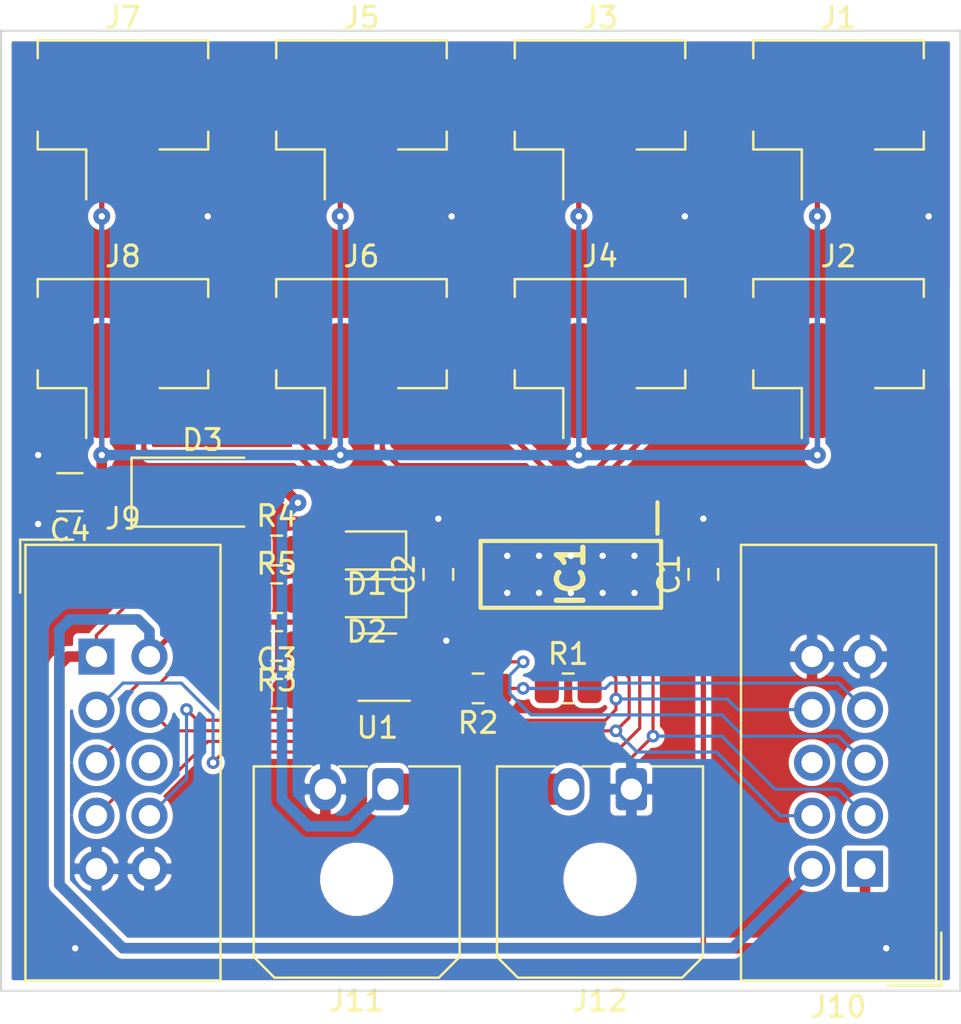
<source format=kicad_pcb>
(kicad_pcb (version 20171130) (host pcbnew 5.1.4+dfsg1-1)
  (layers (0 F.Cu signal) (31 B.Cu signal) (34 B.Paste user) (35 F.Paste user) (36 B.SilkS user) (37 F.SilkS user) (38 B.Mask user) (39 F.Mask user) (44 Edge.Cuts user))
  (net 0 "")
  (net 1 GND)
  (net 2 +5V)
  (net 3 VCC)
  (net 4 +12V)
  (net 5 "Net-(IC1-Pad3)")
  (net 6 "Net-(IC1-Pad4)")
  (net 7 "Net-(IC1-Pad5)")
  (net 8 "Net-(IC1-Pad6)")
  (net 9 "Net-(IC1-Pad7)")
  (net 10 "Net-(IC1-Pad8)")
  (net 11 "Net-(IC1-Pad9)")
  (net 12 "Net-(IC1-Pad10)")
  (net 13 "Net-(IC1-Pad19)")
  (net 14 "Net-(IC1-Pad20)")
  (net 15 "Net-(IC1-Pad21)")
  (net 16 "Net-(IC1-Pad22)")
  (net 17 "Net-(IC1-Pad23)")
  (net 18 "Net-(J9-Pad6)")
  (net 19 "Net-(J9-Pad5)")
  (net 20 "Net-(J10-Pad5)")
  (net 21 "Net-(J10-Pad6)")
  (net 22 "Net-(J10-Pad7)")
  (net 23 "Net-(R3-Pad1)")
  (net 24 "Net-(D1-Pad2)")
  (net 25 "Net-(D2-Pad2)")
  (net 26 "Net-(D3-Pad2)")
  (module Connector_IDC:IDC-Header_2x05_P2.54mm_Vertical (layer F.Cu) (at 91.44 178.562 180)
    (fp_text reference J10 (at 1.27 -6.604) (layer F.SilkS))
    (fp_text value "data output")
    (fp_line (start 5.945 -5.35) (end 5.945 15.51) (layer F.SilkS) (width 0.12))
    (fp_line (start 5.945 15.51) (end -3.405 15.51) (layer F.SilkS) (width 0.12))
    (fp_line (start -3.405 15.51) (end -3.405 -5.35) (layer F.SilkS) (width 0.12))
    (fp_line (start -3.405 -5.35) (end 5.945 -5.35) (layer F.SilkS) (width 0.12))
    (fp_line (start -3.655 -5.6) (end -3.655 -3.06) (layer F.SilkS) (width 0.12))
    (fp_line (start -3.655 -5.6) (end -1.115 -5.6) (layer F.SilkS) (width 0.12))
    (pad 1 thru_hole rect (at 0 0 180) (size 1.7272 1.7272) (drill 1.016) (layers *.Cu *.Mask) (net 2 +5V))
    (pad 2 thru_hole oval (at 2.54 0 180) (size 1.7272 1.7272) (drill 1.016) (layers *.Cu *.Mask) (net 3 VCC))
    (pad 3 thru_hole oval (at 0 2.54 180) (size 1.7272 1.7272) (drill 1.016) (layers *.Cu *.Mask) (net 17 "Net-(IC1-Pad23)"))
    (pad 4 thru_hole oval (at 2.54 2.54 180) (size 1.7272 1.7272) (drill 1.016) (layers *.Cu *.Mask) (net 15 "Net-(IC1-Pad21)"))
    (pad 5 thru_hole oval (at 0 5.08 180) (size 1.7272 1.7272) (drill 1.016) (layers *.Cu *.Mask) (net 20 "Net-(J10-Pad5)"))
    (pad 6 thru_hole oval (at 2.54 5.08 180) (size 1.7272 1.7272) (drill 1.016) (layers *.Cu *.Mask) (net 21 "Net-(J10-Pad6)"))
    (pad 7 thru_hole oval (at 0 7.62 180) (size 1.7272 1.7272) (drill 1.016) (layers *.Cu *.Mask) (net 22 "Net-(J10-Pad7)"))
    (pad 8 thru_hole oval (at 2.54 7.62 180) (size 1.7272 1.7272) (drill 1.016) (layers *.Cu *.Mask) (net 14 "Net-(IC1-Pad20)"))
    (pad 9 thru_hole oval (at 0 10.16 180) (size 1.7272 1.7272) (drill 1.016) (layers *.Cu *.Mask) (net 1 GND))
    (pad 10 thru_hole oval (at 2.54 10.16 180) (size 1.7272 1.7272) (drill 1.016) (layers *.Cu *.Mask) (net 1 GND))
  )
  (module Capacitor_SMD:C_0805_2012Metric_Pad1.15x1.40mm_HandSolder (layer F.Cu) (at 83.693 164.465 90)
    (fp_text reference C1 (at 0 -1.65 90) (layer F.SilkS))
    (fp_text value 100n)
    (fp_line (start -0.261252 0.71) (end 0.261252 0.71) (layer F.SilkS) (width 0.12))
    (fp_line (start -0.261252 -0.71) (end 0.261252 -0.71) (layer F.SilkS) (width 0.12))
    (pad 2 smd roundrect (at 1.025 0 90) (size 1.15 1.4) (layers F.Cu F.Paste F.Mask) (roundrect_rratio 0.217391) (net 1 GND))
    (pad 1 smd roundrect (at -1.025 0 90) (size 1.15 1.4) (layers F.Cu F.Paste F.Mask) (roundrect_rratio 0.217391) (net 2 +5V))
  )
  (module Capacitor_SMD:C_0805_2012Metric_Pad1.15x1.40mm_HandSolder (layer F.Cu) (at 70.993 164.465 90)
    (fp_text reference C2 (at 0 -1.65 90) (layer F.SilkS))
    (fp_text value 100n)
    (fp_line (start -0.261252 -0.71) (end 0.261252 -0.71) (layer F.SilkS) (width 0.12))
    (fp_line (start -0.261252 0.71) (end 0.261252 0.71) (layer F.SilkS) (width 0.12))
    (pad 1 smd roundrect (at -1.025 0 90) (size 1.15 1.4) (layers F.Cu F.Paste F.Mask) (roundrect_rratio 0.217391) (net 3 VCC))
    (pad 2 smd roundrect (at 1.025 0 90) (size 1.15 1.4) (layers F.Cu F.Paste F.Mask) (roundrect_rratio 0.217391) (net 1 GND))
  )
  (module Capacitor_SMD:C_0805_2012Metric_Pad1.15x1.40mm_HandSolder (layer F.Cu) (at 63.246 170.18)
    (fp_text reference C3 (at 0 -1.65) (layer F.SilkS))
    (fp_text value 100n)
    (fp_line (start -0.261252 -0.71) (end 0.261252 -0.71) (layer F.SilkS) (width 0.12))
    (fp_line (start -0.261252 0.71) (end 0.261252 0.71) (layer F.SilkS) (width 0.12))
    (pad 1 smd roundrect (at -1.025 0) (size 1.15 1.4) (layers F.Cu F.Paste F.Mask) (roundrect_rratio 0.217391) (net 3 VCC))
    (pad 2 smd roundrect (at 1.025 0) (size 1.15 1.4) (layers F.Cu F.Paste F.Mask) (roundrect_rratio 0.217391) (net 1 GND))
  )
  (module LED_SMD:LED_0805_2012Metric_Castellated (layer F.Cu) (at 67.564 163.322 180)
    (fp_text reference D1 (at 0 -1.6) (layer F.SilkS))
    (fp_text value yellow)
    (fp_line (start -1.885 0.91) (end 1 0.91) (layer F.SilkS) (width 0.12))
    (fp_line (start -1.885 -0.91) (end -1.885 0.91) (layer F.SilkS) (width 0.12))
    (fp_line (start 1 -0.91) (end -1.885 -0.91) (layer F.SilkS) (width 0.12))
    (pad 2 smd roundrect (at 0.9625 0 180) (size 1.325 1.3) (layers F.Cu F.Paste F.Mask) (roundrect_rratio 0.192308) (net 24 "Net-(D1-Pad2)"))
    (pad 1 smd roundrect (at -0.9625 0 180) (size 1.325 1.3) (layers F.Cu F.Paste F.Mask) (roundrect_rratio 0.192308) (net 1 GND))
  )
  (module LED_SMD:LED_0805_2012Metric_Castellated (layer F.Cu) (at 67.564 165.608 180)
    (fp_text reference D2 (at 0 -1.6) (layer F.SilkS))
    (fp_text value green)
    (fp_line (start 1 -0.91) (end -1.885 -0.91) (layer F.SilkS) (width 0.12))
    (fp_line (start -1.885 -0.91) (end -1.885 0.91) (layer F.SilkS) (width 0.12))
    (fp_line (start -1.885 0.91) (end 1 0.91) (layer F.SilkS) (width 0.12))
    (pad 1 smd roundrect (at -0.9625 0 180) (size 1.325 1.3) (layers F.Cu F.Paste F.Mask) (roundrect_rratio 0.192308) (net 1 GND))
    (pad 2 smd roundrect (at 0.9625 0 180) (size 1.325 1.3) (layers F.Cu F.Paste F.Mask) (roundrect_rratio 0.192308) (net 25 "Net-(D2-Pad2)"))
  )
  (module NCV7240:SOP65P600X175-24N (layer F.Cu) (at 77.343 164.465 270)
    (fp_text reference IC1 (at 0 0 90) (layer F.SilkS) (effects (font (size 1.27 1.27) (thickness 0.254))))
    (fp_text value NCV7240ADPR2G hide)
    (fp_line (start -1.6 -4.325) (end 1.6 -4.325) (layer F.SilkS) (width 0.2))
    (fp_line (start 1.6 -4.325) (end 1.6 4.325) (layer F.SilkS) (width 0.2))
    (fp_line (start 1.6 4.325) (end -1.6 4.325) (layer F.SilkS) (width 0.2))
    (fp_line (start -1.6 4.325) (end -1.6 -4.325) (layer F.SilkS) (width 0.2))
    (fp_line (start -3.45 -4.15) (end -1.95 -4.15) (layer F.SilkS) (width 0.2))
    (pad 1 smd rect (at -2.7 -3.575) (size 0.45 1.5) (layers F.Cu F.Paste F.Mask) (net 1 GND))
    (pad 2 smd rect (at -2.7 -2.925) (size 0.45 1.5) (layers F.Cu F.Paste F.Mask) (net 1 GND))
    (pad 3 smd rect (at -2.7 -2.275) (size 0.45 1.5) (layers F.Cu F.Paste F.Mask) (net 5 "Net-(IC1-Pad3)"))
    (pad 4 smd rect (at -2.7 -1.625) (size 0.45 1.5) (layers F.Cu F.Paste F.Mask) (net 6 "Net-(IC1-Pad4)"))
    (pad 5 smd rect (at -2.7 -0.975) (size 0.45 1.5) (layers F.Cu F.Paste F.Mask) (net 7 "Net-(IC1-Pad5)"))
    (pad 6 smd rect (at -2.7 -0.325) (size 0.45 1.5) (layers F.Cu F.Paste F.Mask) (net 8 "Net-(IC1-Pad6)"))
    (pad 7 smd rect (at -2.7 0.325) (size 0.45 1.5) (layers F.Cu F.Paste F.Mask) (net 9 "Net-(IC1-Pad7)"))
    (pad 8 smd rect (at -2.7 0.975) (size 0.45 1.5) (layers F.Cu F.Paste F.Mask) (net 10 "Net-(IC1-Pad8)"))
    (pad 9 smd rect (at -2.7 1.625) (size 0.45 1.5) (layers F.Cu F.Paste F.Mask) (net 11 "Net-(IC1-Pad9)"))
    (pad 10 smd rect (at -2.7 2.275) (size 0.45 1.5) (layers F.Cu F.Paste F.Mask) (net 12 "Net-(IC1-Pad10)"))
    (pad 11 smd rect (at -2.7 2.925) (size 0.45 1.5) (layers F.Cu F.Paste F.Mask) (net 1 GND))
    (pad 12 smd rect (at -2.7 3.575) (size 0.45 1.5) (layers F.Cu F.Paste F.Mask) (net 1 GND))
    (pad 13 smd rect (at 2.7 3.575) (size 0.45 1.5) (layers F.Cu F.Paste F.Mask) (net 3 VCC))
    (pad 14 smd rect (at 2.7 2.925) (size 0.45 1.5) (layers F.Cu F.Paste F.Mask) (net 1 GND))
    (pad 15 smd rect (at 2.7 2.275) (size 0.45 1.5) (layers F.Cu F.Paste F.Mask) (net 1 GND))
    (pad 16 smd rect (at 2.7 1.625) (size 0.45 1.5) (layers F.Cu F.Paste F.Mask) (net 1 GND))
    (pad 17 smd rect (at 2.7 0.975) (size 0.45 1.5) (layers F.Cu F.Paste F.Mask) (net 1 GND))
    (pad 18 smd rect (at 2.7 0.325) (size 0.45 1.5) (layers F.Cu F.Paste F.Mask) (net 1 GND))
    (pad 19 smd rect (at 2.7 -0.325) (size 0.45 1.5) (layers F.Cu F.Paste F.Mask) (net 13 "Net-(IC1-Pad19)"))
    (pad 20 smd rect (at 2.7 -0.975) (size 0.45 1.5) (layers F.Cu F.Paste F.Mask) (net 14 "Net-(IC1-Pad20)"))
    (pad 21 smd rect (at 2.7 -1.625) (size 0.45 1.5) (layers F.Cu F.Paste F.Mask) (net 15 "Net-(IC1-Pad21)"))
    (pad 22 smd rect (at 2.7 -2.275) (size 0.45 1.5) (layers F.Cu F.Paste F.Mask) (net 16 "Net-(IC1-Pad22)"))
    (pad 23 smd rect (at 2.7 -2.925) (size 0.45 1.5) (layers F.Cu F.Paste F.Mask) (net 17 "Net-(IC1-Pad23)"))
    (pad 24 smd rect (at 2.7 -3.575) (size 0.45 1.5) (layers F.Cu F.Paste F.Mask) (net 2 +5V))
  )
  (module Connector_JST:JST_PH_B2B-PH-SM4-TB_1x02-1MP_P2.00mm_Vertical (layer F.Cu) (at 90.17 143.256)
    (fp_text reference J1 (at 0 -5.45) (layer F.SilkS))
    (fp_text value "valve 1")
    (fp_line (start 4.085 -4.36) (end 4.085 -3.51) (layer F.SilkS) (width 0.12))
    (fp_line (start -4.085 -4.36) (end 4.085 -4.36) (layer F.SilkS) (width 0.12))
    (fp_line (start -4.085 -3.51) (end -4.085 -4.36) (layer F.SilkS) (width 0.12))
    (fp_line (start 4.085 0.86) (end 1.76 0.86) (layer F.SilkS) (width 0.12))
    (fp_line (start 4.085 0.01) (end 4.085 0.86) (layer F.SilkS) (width 0.12))
    (fp_line (start -1.76 0.86) (end -1.76 3.25) (layer F.SilkS) (width 0.12))
    (fp_line (start -4.085 0.86) (end -1.76 0.86) (layer F.SilkS) (width 0.12))
    (fp_line (start -4.085 0.01) (end -4.085 0.86) (layer F.SilkS) (width 0.12))
    (pad MP smd roundrect (at 3.4 -1.75) (size 1.6 3) (layers F.Cu F.Paste F.Mask) (roundrect_rratio 0.15625))
    (pad MP smd roundrect (at -3.4 -1.75) (size 1.6 3) (layers F.Cu F.Paste F.Mask) (roundrect_rratio 0.15625))
    (pad 2 smd roundrect (at 1 0.5) (size 1 5.5) (layers F.Cu F.Paste F.Mask) (net 5 "Net-(IC1-Pad3)"))
    (pad 1 smd roundrect (at -1 0.5) (size 1 5.5) (layers F.Cu F.Paste F.Mask) (net 4 +12V))
  )
  (module Connector_JST:JST_PH_B2B-PH-SM4-TB_1x02-1MP_P2.00mm_Vertical (layer F.Cu) (at 90.17 154.686)
    (fp_text reference J2 (at 0 -5.45) (layer F.SilkS))
    (fp_text value "valve 2")
    (fp_line (start 4.085 -4.36) (end 4.085 -3.51) (layer F.SilkS) (width 0.12))
    (fp_line (start -4.085 -4.36) (end 4.085 -4.36) (layer F.SilkS) (width 0.12))
    (fp_line (start -4.085 -3.51) (end -4.085 -4.36) (layer F.SilkS) (width 0.12))
    (fp_line (start 4.085 0.86) (end 1.76 0.86) (layer F.SilkS) (width 0.12))
    (fp_line (start 4.085 0.01) (end 4.085 0.86) (layer F.SilkS) (width 0.12))
    (fp_line (start -1.76 0.86) (end -1.76 3.25) (layer F.SilkS) (width 0.12))
    (fp_line (start -4.085 0.86) (end -1.76 0.86) (layer F.SilkS) (width 0.12))
    (fp_line (start -4.085 0.01) (end -4.085 0.86) (layer F.SilkS) (width 0.12))
    (pad MP smd roundrect (at 3.4 -1.75) (size 1.6 3) (layers F.Cu F.Paste F.Mask) (roundrect_rratio 0.15625))
    (pad MP smd roundrect (at -3.4 -1.75) (size 1.6 3) (layers F.Cu F.Paste F.Mask) (roundrect_rratio 0.15625))
    (pad 2 smd roundrect (at 1 0.5) (size 1 5.5) (layers F.Cu F.Paste F.Mask) (net 6 "Net-(IC1-Pad4)"))
    (pad 1 smd roundrect (at -1 0.5) (size 1 5.5) (layers F.Cu F.Paste F.Mask) (net 4 +12V))
  )
  (module Connector_JST:JST_PH_B2B-PH-SM4-TB_1x02-1MP_P2.00mm_Vertical (layer F.Cu) (at 78.74 143.256)
    (fp_text reference J3 (at 0 -5.45) (layer F.SilkS))
    (fp_text value "valve 3")
    (fp_line (start 4.085 -4.36) (end 4.085 -3.51) (layer F.SilkS) (width 0.12))
    (fp_line (start -4.085 -4.36) (end 4.085 -4.36) (layer F.SilkS) (width 0.12))
    (fp_line (start -4.085 -3.51) (end -4.085 -4.36) (layer F.SilkS) (width 0.12))
    (fp_line (start 4.085 0.86) (end 1.76 0.86) (layer F.SilkS) (width 0.12))
    (fp_line (start 4.085 0.01) (end 4.085 0.86) (layer F.SilkS) (width 0.12))
    (fp_line (start -1.76 0.86) (end -1.76 3.25) (layer F.SilkS) (width 0.12))
    (fp_line (start -4.085 0.86) (end -1.76 0.86) (layer F.SilkS) (width 0.12))
    (fp_line (start -4.085 0.01) (end -4.085 0.86) (layer F.SilkS) (width 0.12))
    (pad MP smd roundrect (at 3.4 -1.75) (size 1.6 3) (layers F.Cu F.Paste F.Mask) (roundrect_rratio 0.15625))
    (pad MP smd roundrect (at -3.4 -1.75) (size 1.6 3) (layers F.Cu F.Paste F.Mask) (roundrect_rratio 0.15625))
    (pad 2 smd roundrect (at 1 0.5) (size 1 5.5) (layers F.Cu F.Paste F.Mask) (net 7 "Net-(IC1-Pad5)"))
    (pad 1 smd roundrect (at -1 0.5) (size 1 5.5) (layers F.Cu F.Paste F.Mask) (net 4 +12V))
  )
  (module Connector_JST:JST_PH_B2B-PH-SM4-TB_1x02-1MP_P2.00mm_Vertical (layer F.Cu) (at 78.74 154.686)
    (fp_text reference J4 (at 0 -5.45) (layer F.SilkS))
    (fp_text value "valve 4")
    (fp_line (start -4.085 0.01) (end -4.085 0.86) (layer F.SilkS) (width 0.12))
    (fp_line (start -4.085 0.86) (end -1.76 0.86) (layer F.SilkS) (width 0.12))
    (fp_line (start -1.76 0.86) (end -1.76 3.25) (layer F.SilkS) (width 0.12))
    (fp_line (start 4.085 0.01) (end 4.085 0.86) (layer F.SilkS) (width 0.12))
    (fp_line (start 4.085 0.86) (end 1.76 0.86) (layer F.SilkS) (width 0.12))
    (fp_line (start -4.085 -3.51) (end -4.085 -4.36) (layer F.SilkS) (width 0.12))
    (fp_line (start -4.085 -4.36) (end 4.085 -4.36) (layer F.SilkS) (width 0.12))
    (fp_line (start 4.085 -4.36) (end 4.085 -3.51) (layer F.SilkS) (width 0.12))
    (pad 1 smd roundrect (at -1 0.5) (size 1 5.5) (layers F.Cu F.Paste F.Mask) (net 4 +12V))
    (pad 2 smd roundrect (at 1 0.5) (size 1 5.5) (layers F.Cu F.Paste F.Mask) (net 8 "Net-(IC1-Pad6)"))
    (pad MP smd roundrect (at -3.4 -1.75) (size 1.6 3) (layers F.Cu F.Paste F.Mask) (roundrect_rratio 0.15625))
    (pad MP smd roundrect (at 3.4 -1.75) (size 1.6 3) (layers F.Cu F.Paste F.Mask) (roundrect_rratio 0.15625))
  )
  (module Connector_JST:JST_PH_B2B-PH-SM4-TB_1x02-1MP_P2.00mm_Vertical (layer F.Cu) (at 67.31 143.256)
    (fp_text reference J5 (at 0 -5.45) (layer F.SilkS))
    (fp_text value "valve 5")
    (fp_line (start -4.085 0.01) (end -4.085 0.86) (layer F.SilkS) (width 0.12))
    (fp_line (start -4.085 0.86) (end -1.76 0.86) (layer F.SilkS) (width 0.12))
    (fp_line (start -1.76 0.86) (end -1.76 3.25) (layer F.SilkS) (width 0.12))
    (fp_line (start 4.085 0.01) (end 4.085 0.86) (layer F.SilkS) (width 0.12))
    (fp_line (start 4.085 0.86) (end 1.76 0.86) (layer F.SilkS) (width 0.12))
    (fp_line (start -4.085 -3.51) (end -4.085 -4.36) (layer F.SilkS) (width 0.12))
    (fp_line (start -4.085 -4.36) (end 4.085 -4.36) (layer F.SilkS) (width 0.12))
    (fp_line (start 4.085 -4.36) (end 4.085 -3.51) (layer F.SilkS) (width 0.12))
    (pad 1 smd roundrect (at -1 0.5) (size 1 5.5) (layers F.Cu F.Paste F.Mask) (net 4 +12V))
    (pad 2 smd roundrect (at 1 0.5) (size 1 5.5) (layers F.Cu F.Paste F.Mask) (net 9 "Net-(IC1-Pad7)"))
    (pad MP smd roundrect (at -3.4 -1.75) (size 1.6 3) (layers F.Cu F.Paste F.Mask) (roundrect_rratio 0.15625))
    (pad MP smd roundrect (at 3.4 -1.75) (size 1.6 3) (layers F.Cu F.Paste F.Mask) (roundrect_rratio 0.15625))
  )
  (module Connector_JST:JST_PH_B2B-PH-SM4-TB_1x02-1MP_P2.00mm_Vertical (layer F.Cu) (at 67.31 154.686)
    (fp_text reference J6 (at 0 -5.45) (layer F.SilkS))
    (fp_text value "valve 6")
    (fp_line (start -4.085 0.01) (end -4.085 0.86) (layer F.SilkS) (width 0.12))
    (fp_line (start -4.085 0.86) (end -1.76 0.86) (layer F.SilkS) (width 0.12))
    (fp_line (start -1.76 0.86) (end -1.76 3.25) (layer F.SilkS) (width 0.12))
    (fp_line (start 4.085 0.01) (end 4.085 0.86) (layer F.SilkS) (width 0.12))
    (fp_line (start 4.085 0.86) (end 1.76 0.86) (layer F.SilkS) (width 0.12))
    (fp_line (start -4.085 -3.51) (end -4.085 -4.36) (layer F.SilkS) (width 0.12))
    (fp_line (start -4.085 -4.36) (end 4.085 -4.36) (layer F.SilkS) (width 0.12))
    (fp_line (start 4.085 -4.36) (end 4.085 -3.51) (layer F.SilkS) (width 0.12))
    (pad 1 smd roundrect (at -1 0.5) (size 1 5.5) (layers F.Cu F.Paste F.Mask) (net 4 +12V))
    (pad 2 smd roundrect (at 1 0.5) (size 1 5.5) (layers F.Cu F.Paste F.Mask) (net 10 "Net-(IC1-Pad8)"))
    (pad MP smd roundrect (at -3.4 -1.75) (size 1.6 3) (layers F.Cu F.Paste F.Mask) (roundrect_rratio 0.15625))
    (pad MP smd roundrect (at 3.4 -1.75) (size 1.6 3) (layers F.Cu F.Paste F.Mask) (roundrect_rratio 0.15625))
  )
  (module Connector_JST:JST_PH_B2B-PH-SM4-TB_1x02-1MP_P2.00mm_Vertical (layer F.Cu) (at 55.88 143.256)
    (fp_text reference J7 (at 0 -5.45) (layer F.SilkS))
    (fp_text value "valve 7")
    (fp_line (start 4.085 -4.36) (end 4.085 -3.51) (layer F.SilkS) (width 0.12))
    (fp_line (start -4.085 -4.36) (end 4.085 -4.36) (layer F.SilkS) (width 0.12))
    (fp_line (start -4.085 -3.51) (end -4.085 -4.36) (layer F.SilkS) (width 0.12))
    (fp_line (start 4.085 0.86) (end 1.76 0.86) (layer F.SilkS) (width 0.12))
    (fp_line (start 4.085 0.01) (end 4.085 0.86) (layer F.SilkS) (width 0.12))
    (fp_line (start -1.76 0.86) (end -1.76 3.25) (layer F.SilkS) (width 0.12))
    (fp_line (start -4.085 0.86) (end -1.76 0.86) (layer F.SilkS) (width 0.12))
    (fp_line (start -4.085 0.01) (end -4.085 0.86) (layer F.SilkS) (width 0.12))
    (pad MP smd roundrect (at 3.4 -1.75) (size 1.6 3) (layers F.Cu F.Paste F.Mask) (roundrect_rratio 0.15625))
    (pad MP smd roundrect (at -3.4 -1.75) (size 1.6 3) (layers F.Cu F.Paste F.Mask) (roundrect_rratio 0.15625))
    (pad 2 smd roundrect (at 1 0.5) (size 1 5.5) (layers F.Cu F.Paste F.Mask) (net 11 "Net-(IC1-Pad9)"))
    (pad 1 smd roundrect (at -1 0.5) (size 1 5.5) (layers F.Cu F.Paste F.Mask) (net 4 +12V))
  )
  (module Connector_JST:JST_PH_B2B-PH-SM4-TB_1x02-1MP_P2.00mm_Vertical (layer F.Cu) (at 55.88 154.686)
    (fp_text reference J8 (at 0 -5.45) (layer F.SilkS))
    (fp_text value "valve 8")
    (fp_line (start -4.085 0.01) (end -4.085 0.86) (layer F.SilkS) (width 0.12))
    (fp_line (start -4.085 0.86) (end -1.76 0.86) (layer F.SilkS) (width 0.12))
    (fp_line (start -1.76 0.86) (end -1.76 3.25) (layer F.SilkS) (width 0.12))
    (fp_line (start 4.085 0.01) (end 4.085 0.86) (layer F.SilkS) (width 0.12))
    (fp_line (start 4.085 0.86) (end 1.76 0.86) (layer F.SilkS) (width 0.12))
    (fp_line (start -4.085 -3.51) (end -4.085 -4.36) (layer F.SilkS) (width 0.12))
    (fp_line (start -4.085 -4.36) (end 4.085 -4.36) (layer F.SilkS) (width 0.12))
    (fp_line (start 4.085 -4.36) (end 4.085 -3.51) (layer F.SilkS) (width 0.12))
    (pad 1 smd roundrect (at -1 0.5) (size 1 5.5) (layers F.Cu F.Paste F.Mask) (net 4 +12V))
    (pad 2 smd roundrect (at 1 0.5) (size 1 5.5) (layers F.Cu F.Paste F.Mask) (net 12 "Net-(IC1-Pad10)"))
    (pad MP smd roundrect (at -3.4 -1.75) (size 1.6 3) (layers F.Cu F.Paste F.Mask) (roundrect_rratio 0.15625))
    (pad MP smd roundrect (at 3.4 -1.75) (size 1.6 3) (layers F.Cu F.Paste F.Mask) (roundrect_rratio 0.15625))
  )
  (module Connector_IDC:IDC-Header_2x05_P2.54mm_Vertical (layer F.Cu) (at 54.61 168.402)
    (fp_text reference J9 (at 1.27 -6.604) (layer F.SilkS))
    (fp_text value "data input")
    (fp_line (start -3.655 -5.6) (end -1.115 -5.6) (layer F.SilkS) (width 0.12))
    (fp_line (start -3.655 -5.6) (end -3.655 -3.06) (layer F.SilkS) (width 0.12))
    (fp_line (start -3.405 -5.35) (end 5.945 -5.35) (layer F.SilkS) (width 0.12))
    (fp_line (start -3.405 15.51) (end -3.405 -5.35) (layer F.SilkS) (width 0.12))
    (fp_line (start 5.945 15.51) (end -3.405 15.51) (layer F.SilkS) (width 0.12))
    (fp_line (start 5.945 -5.35) (end 5.945 15.51) (layer F.SilkS) (width 0.12))
    (pad 10 thru_hole oval (at 2.54 10.16) (size 1.7272 1.7272) (drill 1.016) (layers *.Cu *.Mask) (net 1 GND))
    (pad 9 thru_hole oval (at 0 10.16) (size 1.7272 1.7272) (drill 1.016) (layers *.Cu *.Mask) (net 1 GND))
    (pad 8 thru_hole oval (at 2.54 7.62) (size 1.7272 1.7272) (drill 1.016) (layers *.Cu *.Mask) (net 14 "Net-(IC1-Pad20)"))
    (pad 7 thru_hole oval (at 0 7.62) (size 1.7272 1.7272) (drill 1.016) (layers *.Cu *.Mask) (net 16 "Net-(IC1-Pad22)"))
    (pad 6 thru_hole oval (at 2.54 5.08) (size 1.7272 1.7272) (drill 1.016) (layers *.Cu *.Mask) (net 18 "Net-(J9-Pad6)"))
    (pad 5 thru_hole oval (at 0 5.08) (size 1.7272 1.7272) (drill 1.016) (layers *.Cu *.Mask) (net 19 "Net-(J9-Pad5)"))
    (pad 4 thru_hole oval (at 2.54 2.54) (size 1.7272 1.7272) (drill 1.016) (layers *.Cu *.Mask) (net 15 "Net-(IC1-Pad21)"))
    (pad 3 thru_hole oval (at 0 2.54) (size 1.7272 1.7272) (drill 1.016) (layers *.Cu *.Mask) (net 17 "Net-(IC1-Pad23)"))
    (pad 2 thru_hole oval (at 2.54 0) (size 1.7272 1.7272) (drill 1.016) (layers *.Cu *.Mask) (net 3 VCC))
    (pad 1 thru_hole rect (at 0 0) (size 1.7272 1.7272) (drill 1.016) (layers *.Cu *.Mask) (net 2 +5V))
  )
  (module Connector_Molex:Molex_Micro-Fit_3.0_43650-0200_1x02_P3.00mm_Horizontal (layer F.Cu) (at 68.58 174.752 180)
    (fp_text reference J11 (at 1.5 -10.12) (layer F.SilkS))
    (fp_text value "12V input")
    (fp_line (start -3.435 1.09) (end -3.435 -8.03) (layer F.SilkS) (width 0.12))
    (fp_line (start -3.435 -8.03) (end -2.435 -9.03) (layer F.SilkS) (width 0.12))
    (fp_line (start -2.435 -9.03) (end 5.435 -9.03) (layer F.SilkS) (width 0.12))
    (fp_line (start 5.435 -9.03) (end 6.435 -8.03) (layer F.SilkS) (width 0.12))
    (fp_line (start 6.435 -8.03) (end 6.435 1.09) (layer F.SilkS) (width 0.12))
    (fp_line (start -3.435 1.09) (end -1.01 1.09) (layer F.SilkS) (width 0.12))
    (fp_line (start 6.435 1.09) (end 3.651767 1.09) (layer F.SilkS) (width 0.12))
    (fp_line (start 1.01 1.09) (end 2.348233 1.09) (layer F.SilkS) (width 0.12))
    (pad "" np_thru_hole circle (at 1.5 -4.32 180) (size 3 3) (drill 3) (layers *.Cu *.Mask))
    (pad 1 thru_hole roundrect (at 0 0 180) (size 1.5 2.02) (drill 1.02) (layers *.Cu *.Mask) (roundrect_rratio 0.166667) (net 26 "Net-(D3-Pad2)"))
    (pad 2 thru_hole oval (at 3 0 180) (size 1.5 2.02) (drill 1.02) (layers *.Cu *.Mask) (net 1 GND))
  )
  (module Connector_Molex:Molex_Micro-Fit_3.0_43650-0200_1x02_P3.00mm_Horizontal (layer F.Cu) (at 80.24 174.752 180)
    (fp_text reference J12 (at 1.5 -10.12) (layer F.SilkS))
    (fp_text value "12V output")
    (fp_line (start 1.01 1.09) (end 2.348233 1.09) (layer F.SilkS) (width 0.12))
    (fp_line (start 6.435 1.09) (end 3.651767 1.09) (layer F.SilkS) (width 0.12))
    (fp_line (start -3.435 1.09) (end -1.01 1.09) (layer F.SilkS) (width 0.12))
    (fp_line (start 6.435 -8.03) (end 6.435 1.09) (layer F.SilkS) (width 0.12))
    (fp_line (start 5.435 -9.03) (end 6.435 -8.03) (layer F.SilkS) (width 0.12))
    (fp_line (start -2.435 -9.03) (end 5.435 -9.03) (layer F.SilkS) (width 0.12))
    (fp_line (start -3.435 -8.03) (end -2.435 -9.03) (layer F.SilkS) (width 0.12))
    (fp_line (start -3.435 1.09) (end -3.435 -8.03) (layer F.SilkS) (width 0.12))
    (pad 2 thru_hole oval (at 3 0 180) (size 1.5 2.02) (drill 1.02) (layers *.Cu *.Mask) (net 26 "Net-(D3-Pad2)"))
    (pad 1 thru_hole roundrect (at 0 0 180) (size 1.5 2.02) (drill 1.02) (layers *.Cu *.Mask) (roundrect_rratio 0.166667) (net 1 GND))
    (pad "" np_thru_hole circle (at 1.5 -4.32 180) (size 3 3) (drill 3) (layers *.Cu *.Mask))
  )
  (module Resistor_SMD:R_0805_2012Metric_Pad1.15x1.40mm_HandSolder (layer F.Cu) (at 77.216 169.926)
    (fp_text reference R1 (at 0 -1.65) (layer F.SilkS))
    (fp_text value 100)
    (fp_line (start -0.261252 -0.71) (end 0.261252 -0.71) (layer F.SilkS) (width 0.12))
    (fp_line (start -0.261252 0.71) (end 0.261252 0.71) (layer F.SilkS) (width 0.12))
    (pad 1 smd roundrect (at -1.025 0) (size 1.15 1.4) (layers F.Cu F.Paste F.Mask) (roundrect_rratio 0.217391) (net 22 "Net-(J10-Pad7)"))
    (pad 2 smd roundrect (at 1.025 0) (size 1.15 1.4) (layers F.Cu F.Paste F.Mask) (roundrect_rratio 0.217391) (net 13 "Net-(IC1-Pad19)"))
  )
  (module Resistor_SMD:R_0805_2012Metric_Pad1.15x1.40mm_HandSolder (layer F.Cu) (at 72.898 169.926 180)
    (fp_text reference R2 (at 0 -1.65) (layer F.SilkS))
    (fp_text value 2k0)
    (fp_line (start -0.261252 -0.71) (end 0.261252 -0.71) (layer F.SilkS) (width 0.12))
    (fp_line (start -0.261252 0.71) (end 0.261252 0.71) (layer F.SilkS) (width 0.12))
    (pad 1 smd roundrect (at -1.025 0 180) (size 1.15 1.4) (layers F.Cu F.Paste F.Mask) (roundrect_rratio 0.217391) (net 22 "Net-(J10-Pad7)"))
    (pad 2 smd roundrect (at 1.025 0 180) (size 1.15 1.4) (layers F.Cu F.Paste F.Mask) (roundrect_rratio 0.217391) (net 20 "Net-(J10-Pad5)"))
  )
  (module Resistor_SMD:R_0805_2012Metric_Pad1.15x1.40mm_HandSolder (layer F.Cu) (at 63.246 167.894 180)
    (fp_text reference R3 (at 0 -1.65) (layer F.SilkS))
    (fp_text value 100)
    (fp_line (start -0.261252 0.71) (end 0.261252 0.71) (layer F.SilkS) (width 0.12))
    (fp_line (start -0.261252 -0.71) (end 0.261252 -0.71) (layer F.SilkS) (width 0.12))
    (pad 2 smd roundrect (at 1.025 0 180) (size 1.15 1.4) (layers F.Cu F.Paste F.Mask) (roundrect_rratio 0.217391) (net 19 "Net-(J9-Pad5)"))
    (pad 1 smd roundrect (at -1.025 0 180) (size 1.15 1.4) (layers F.Cu F.Paste F.Mask) (roundrect_rratio 0.217391) (net 23 "Net-(R3-Pad1)"))
  )
  (module Resistor_SMD:R_0805_2012Metric_Pad1.15x1.40mm_HandSolder (layer F.Cu) (at 63.246 163.322)
    (fp_text reference R4 (at 0 -1.65) (layer F.SilkS))
    (fp_text value 2k0)
    (fp_line (start -0.261252 0.71) (end 0.261252 0.71) (layer F.SilkS) (width 0.12))
    (fp_line (start -0.261252 -0.71) (end 0.261252 -0.71) (layer F.SilkS) (width 0.12))
    (pad 2 smd roundrect (at 1.025 0) (size 1.15 1.4) (layers F.Cu F.Paste F.Mask) (roundrect_rratio 0.217391) (net 24 "Net-(D1-Pad2)"))
    (pad 1 smd roundrect (at -1.025 0) (size 1.15 1.4) (layers F.Cu F.Paste F.Mask) (roundrect_rratio 0.217391) (net 4 +12V))
  )
  (module Resistor_SMD:R_0805_2012Metric_Pad1.15x1.40mm_HandSolder (layer F.Cu) (at 63.246 165.608)
    (fp_text reference R5 (at 0 -1.65) (layer F.SilkS))
    (fp_text value 560)
    (fp_line (start -0.261252 -0.71) (end 0.261252 -0.71) (layer F.SilkS) (width 0.12))
    (fp_line (start -0.261252 0.71) (end 0.261252 0.71) (layer F.SilkS) (width 0.12))
    (pad 1 smd roundrect (at -1.025 0) (size 1.15 1.4) (layers F.Cu F.Paste F.Mask) (roundrect_rratio 0.217391) (net 2 +5V))
    (pad 2 smd roundrect (at 1.025 0) (size 1.15 1.4) (layers F.Cu F.Paste F.Mask) (roundrect_rratio 0.217391) (net 25 "Net-(D2-Pad2)"))
  )
  (module Package_TO_SOT_SMD:SOT-23-5_HandSoldering (layer F.Cu) (at 68.072 168.91 180)
    (fp_text reference U1 (at 0 -2.9) (layer F.SilkS))
    (fp_text value 74LVC1G34)
    (fp_line (start -0.9 1.61) (end 0.9 1.61) (layer F.SilkS) (width 0.12))
    (fp_line (start 0.9 -1.61) (end -1.55 -1.61) (layer F.SilkS) (width 0.12))
    (pad 1 smd rect (at -1.35 -0.95 180) (size 1.56 0.65) (layers F.Cu F.Paste F.Mask))
    (pad 2 smd rect (at -1.35 0 180) (size 1.56 0.65) (layers F.Cu F.Paste F.Mask) (net 20 "Net-(J10-Pad5)"))
    (pad 3 smd rect (at -1.35 0.95 180) (size 1.56 0.65) (layers F.Cu F.Paste F.Mask) (net 1 GND))
    (pad 4 smd rect (at 1.35 0.95 180) (size 1.56 0.65) (layers F.Cu F.Paste F.Mask) (net 23 "Net-(R3-Pad1)"))
    (pad 5 smd rect (at 1.35 -0.95 180) (size 1.56 0.65) (layers F.Cu F.Paste F.Mask) (net 3 VCC))
  )
  (module Capacitor_SMD:C_1206_3216Metric_Pad1.42x1.75mm_HandSolder (layer F.Cu) (at 53.34 160.528 180)
    (fp_text reference C4 (at 0 -1.82) (layer F.SilkS))
    (fp_text value 10u)
    (fp_line (start -0.602064 -0.91) (end 0.602064 -0.91) (layer F.SilkS) (width 0.12))
    (fp_line (start -0.602064 0.91) (end 0.602064 0.91) (layer F.SilkS) (width 0.12))
    (pad 1 smd roundrect (at -1.4875 0 180) (size 1.425 1.75) (layers F.Cu F.Paste F.Mask) (roundrect_rratio 0.175439) (net 4 +12V))
    (pad 2 smd roundrect (at 1.4875 0 180) (size 1.425 1.75) (layers F.Cu F.Paste F.Mask) (roundrect_rratio 0.175439) (net 1 GND))
  )
  (module Diode_SMD:D_SMA (layer F.Cu) (at 59.69 160.528)
    (fp_text reference D3 (at 0 -2.5) (layer F.SilkS))
    (fp_text value MBRA340)
    (fp_line (start -3.4 -1.65) (end 2 -1.65) (layer F.SilkS) (width 0.12))
    (fp_line (start -3.4 1.65) (end 2 1.65) (layer F.SilkS) (width 0.12))
    (fp_line (start -3.4 -1.65) (end -3.4 1.65) (layer F.SilkS) (width 0.12))
    (pad 2 smd rect (at 2 0) (size 2.5 1.8) (layers F.Cu F.Paste F.Mask) (net 26 "Net-(D3-Pad2)"))
    (pad 1 smd rect (at -2 0) (size 2.5 1.8) (layers F.Cu F.Paste F.Mask) (net 4 +12V))
  )
  (gr_line (start 96.012 138.43) (end 50.038 138.43) (layer Edge.Cuts) (width 0.1))
  (gr_line (start 96.012 184.404) (end 96.012 138.43) (layer Edge.Cuts) (width 0.1))
  (gr_line (start 50.038 184.404) (end 96.012 184.404) (layer Edge.Cuts) (width 0.1))
  (gr_line (start 50.038 138.43) (end 50.038 184.404) (layer Edge.Cuts) (width 0.1))
  (via (at 74.295 163.576) (size 0.8128) (drill 0.3048) (layers F.Cu B.Cu) (net 1))
  (via (at 74.295 165.354) (size 0.8128) (drill 0.3048) (layers F.Cu B.Cu) (net 1))
  (via (at 75.819 163.576) (size 0.8128) (drill 0.3048) (layers F.Cu B.Cu) (net 1))
  (via (at 77.343 163.576) (size 0.8128) (drill 0.3048) (layers F.Cu B.Cu) (net 1))
  (via (at 78.867 163.576) (size 0.8128) (drill 0.3048) (layers F.Cu B.Cu) (net 1))
  (via (at 80.391 163.576) (size 0.8128) (drill 0.3048) (layers F.Cu B.Cu) (net 1))
  (via (at 80.391 165.354) (size 0.8128) (drill 0.3048) (layers F.Cu B.Cu) (net 1))
  (via (at 78.867 165.354) (size 0.8128) (drill 0.3048) (layers F.Cu B.Cu) (net 1))
  (via (at 77.343 165.354) (size 0.8128) (drill 0.3048) (layers F.Cu B.Cu) (net 1))
  (via (at 75.819 165.354) (size 0.8128) (drill 0.3048) (layers F.Cu B.Cu) (net 1))
  (via (at 70.993 161.798) (size 0.8128) (drill 0.3048) (layers F.Cu B.Cu) (net 1))
  (segment (start 70.993 161.798) (end 70.993 163.44) (width 0.254) (layer F.Cu) (net 1))
  (via (at 83.693 161.798) (size 0.8128) (drill 0.3048) (layers F.Cu B.Cu) (net 1))
  (segment (start 83.693 161.798) (end 83.693 163.44) (width 0.254) (layer F.Cu) (net 1))
  (segment (start 82.018 167.165) (end 80.918 167.165) (width 0.254) (layer F.Cu) (net 2))
  (segment (start 83.693 165.49) (end 82.018 167.165) (width 0.254) (layer F.Cu) (net 2))
  (segment (start 58.801 166.751) (end 57.15 168.402) (width 0.254) (layer F.Cu) (net 3))
  (segment (start 70.993 165.49) (end 69.732 166.751) (width 0.254) (layer F.Cu) (net 3))
  (segment (start 69.732 166.751) (end 69.469 166.751) (width 0.254) (layer F.Cu) (net 3))
  (segment (start 69.469 166.751) (end 68.072 166.751) (width 0.254) (layer F.Cu) (net 3))
  (segment (start 71.616372 166.113372) (end 71.625372 166.113372) (width 0.254) (layer F.Cu) (net 3))
  (segment (start 70.993 165.49) (end 71.616372 166.113372) (width 0.254) (layer F.Cu) (net 3))
  (segment (start 72.677 167.165) (end 73.768 167.165) (width 0.254) (layer F.Cu) (net 3))
  (segment (start 71.625372 166.113372) (end 72.677 167.165) (width 0.254) (layer F.Cu) (net 3))
  (segment (start 63.246 166.751) (end 58.801 166.751) (width 0.254) (layer F.Cu) (net 3))
  (segment (start 68.072 166.751) (end 63.246 166.751) (width 0.254) (layer F.Cu) (net 3))
  (segment (start 54.864 158.75) (end 54.864 155.202) (width 0.254) (layer F.Cu) (net 4))
  (via (at 66.294 158.75) (size 0.8128) (drill 0.3048) (layers F.Cu B.Cu) (net 4))
  (via (at 54.864 158.75) (size 0.8128) (drill 0.3048) (layers F.Cu B.Cu) (net 4))
  (segment (start 66.294 158.75) (end 66.294 155.202) (width 0.254) (layer F.Cu) (net 4))
  (via (at 77.724 158.75) (size 0.8128) (drill 0.3048) (layers F.Cu B.Cu) (net 4))
  (segment (start 89.154 158.75) (end 89.154 155.202) (width 0.254) (layer F.Cu) (net 4))
  (segment (start 77.724 158.75) (end 77.724 155.202) (width 0.254) (layer F.Cu) (net 4))
  (via (at 89.154 158.75) (size 0.8128) (drill 0.3048) (layers F.Cu B.Cu) (net 4))
  (via (at 89.154 147.32) (size 0.8128) (drill 0.3048) (layers F.Cu B.Cu) (net 4))
  (via (at 77.724 147.32) (size 0.8128) (drill 0.3048) (layers F.Cu B.Cu) (net 4))
  (via (at 66.294 147.32) (size 0.8128) (drill 0.3048) (layers F.Cu B.Cu) (net 4))
  (via (at 54.864 147.32) (size 0.8128) (drill 0.3048) (layers F.Cu B.Cu) (net 4))
  (segment (start 54.864 143.772) (end 54.88 143.756) (width 0.254) (layer F.Cu) (net 4))
  (segment (start 54.864 147.32) (end 54.864 143.772) (width 0.254) (layer F.Cu) (net 4))
  (segment (start 66.294 143.772) (end 66.31 143.756) (width 0.254) (layer F.Cu) (net 4))
  (segment (start 66.294 147.32) (end 66.294 143.772) (width 0.254) (layer F.Cu) (net 4))
  (segment (start 77.724 143.772) (end 77.74 143.756) (width 0.254) (layer F.Cu) (net 4))
  (segment (start 77.724 147.32) (end 77.724 143.772) (width 0.254) (layer F.Cu) (net 4))
  (segment (start 89.154 143.772) (end 89.17 143.756) (width 0.254) (layer F.Cu) (net 4))
  (segment (start 89.154 147.32) (end 89.154 143.772) (width 0.254) (layer F.Cu) (net 4))
  (segment (start 54.864 147.32) (end 54.864 157.48) (width 0.254) (layer B.Cu) (net 4))
  (segment (start 66.294 147.32) (end 66.294 158.75) (width 0.254) (layer B.Cu) (net 4))
  (segment (start 77.724 147.32) (end 77.724 158.75) (width 0.254) (layer B.Cu) (net 4))
  (segment (start 89.154 147.32) (end 89.154 158.75) (width 0.254) (layer B.Cu) (net 4))
  (segment (start 54.864 158.75) (end 66.294 158.75) (width 0.508) (layer B.Cu) (net 4))
  (segment (start 77.724 158.75) (end 89.154 158.75) (width 0.508) (layer B.Cu) (net 4))
  (segment (start 66.294 158.75) (end 68.58 158.75) (width 0.508) (layer B.Cu) (net 4))
  (segment (start 68.58 158.75) (end 77.724 158.75) (width 0.508) (layer B.Cu) (net 4))
  (segment (start 54.864 160.7455) (end 54.8275 160.782) (width 0.508) (layer F.Cu) (net 4))
  (segment (start 54.864 159.004) (end 54.864 160.7455) (width 0.508) (layer F.Cu) (net 4))
  (segment (start 68.58 163.2685) (end 68.5265 163.322) (width 0.1524) (layer F.Cu) (net 1))
  (via (at 51.816 158.75) (size 0.8128) (drill 0.3048) (layers F.Cu B.Cu) (net 1))
  (via (at 51.816 162.052) (size 0.8128) (drill 0.3048) (layers F.Cu B.Cu) (net 1))
  (via (at 71.374 167.64) (size 0.8128) (drill 0.3048) (layers F.Cu B.Cu) (net 1))
  (via (at 59.944 147.32) (size 0.8128) (drill 0.3048) (layers F.Cu B.Cu) (net 1))
  (via (at 71.628 147.32) (size 0.8128) (drill 0.3048) (layers F.Cu B.Cu) (net 1))
  (via (at 82.804 147.32) (size 0.8128) (drill 0.3048) (layers F.Cu B.Cu) (net 1))
  (via (at 94.488 147.32) (size 0.8128) (drill 0.3048) (layers F.Cu B.Cu) (net 1))
  (via (at 92.456 182.372) (size 0.8128) (drill 0.3048) (layers F.Cu B.Cu) (net 1))
  (via (at 53.594 182.372) (size 0.8128) (drill 0.3048) (layers F.Cu B.Cu) (net 1))
  (segment (start 51.816 159.004) (end 51.816 162.052) (width 0.508) (layer F.Cu) (net 1))
  (segment (start 56.388 165.608) (end 61.546 165.608) (width 0.1524) (layer F.Cu) (net 2))
  (segment (start 54.61 167.386) (end 56.388 165.608) (width 0.1524) (layer F.Cu) (net 2))
  (segment (start 61.546 165.608) (end 62.221 165.608) (width 0.1524) (layer F.Cu) (net 2))
  (segment (start 54.61 168.402) (end 54.61 167.386) (width 0.1524) (layer F.Cu) (net 2))
  (segment (start 89.0016 182.372) (end 91.44 179.9336) (width 0.508) (layer F.Cu) (net 2))
  (segment (start 91.44 179.9336) (end 91.44 178.562) (width 0.508) (layer F.Cu) (net 2))
  (segment (start 53.2384 168.402) (end 52.832 168.8084) (width 0.508) (layer F.Cu) (net 2))
  (segment (start 54.61 168.402) (end 53.2384 168.402) (width 0.508) (layer F.Cu) (net 2))
  (segment (start 52.832 179.324) (end 55.88 182.372) (width 0.508) (layer F.Cu) (net 2))
  (segment (start 52.832 168.8084) (end 52.832 179.324) (width 0.508) (layer F.Cu) (net 2))
  (segment (start 83.693 182.245) (end 83.82 182.372) (width 0.254) (layer F.Cu) (net 2))
  (segment (start 83.693 165.49) (end 83.693 182.245) (width 0.254) (layer F.Cu) (net 2))
  (segment (start 55.88 182.372) (end 83.82 182.372) (width 0.508) (layer F.Cu) (net 2))
  (segment (start 83.82 182.372) (end 89.0016 182.372) (width 0.508) (layer F.Cu) (net 2))
  (segment (start 56.593314 166.624) (end 57.15 167.180686) (width 0.508) (layer B.Cu) (net 3))
  (segment (start 53.34 166.624) (end 56.593314 166.624) (width 0.508) (layer B.Cu) (net 3))
  (segment (start 85.09 182.372) (end 55.88 182.372) (width 0.508) (layer B.Cu) (net 3))
  (segment (start 57.15 167.180686) (end 57.15 168.402) (width 0.508) (layer B.Cu) (net 3))
  (segment (start 52.832 179.324) (end 52.832 167.132) (width 0.508) (layer B.Cu) (net 3))
  (segment (start 52.832 167.132) (end 53.34 166.624) (width 0.508) (layer B.Cu) (net 3))
  (segment (start 88.9 178.562) (end 85.09 182.372) (width 0.508) (layer B.Cu) (net 3))
  (segment (start 55.88 182.372) (end 52.832 179.324) (width 0.508) (layer B.Cu) (net 3))
  (segment (start 63.246 166.751) (end 63.246 169.037) (width 0.1524) (layer F.Cu) (net 3))
  (segment (start 65.7896 169.86) (end 66.722 169.86) (width 0.1524) (layer F.Cu) (net 3))
  (segment (start 63.246 169.037) (end 64.9666 169.037) (width 0.1524) (layer F.Cu) (net 3))
  (segment (start 64.9666 169.037) (end 65.7896 169.86) (width 0.1524) (layer F.Cu) (net 3))
  (segment (start 62.221 170.062) (end 62.221 170.18) (width 0.1524) (layer F.Cu) (net 3))
  (segment (start 63.246 169.037) (end 62.221 170.062) (width 0.1524) (layer F.Cu) (net 3))
  (segment (start 54.864 160.8185) (end 54.8275 160.782) (width 0.508) (layer F.Cu) (net 4))
  (segment (start 54.8275 160.528) (end 57.69 160.528) (width 0.508) (layer F.Cu) (net 4))
  (segment (start 62.221 163.322) (end 56.134 163.322) (width 0.1524) (layer F.Cu) (net 4))
  (segment (start 54.8275 162.0155) (end 54.8275 160.528) (width 0.1524) (layer F.Cu) (net 4))
  (segment (start 56.134 163.322) (end 54.8275 162.0155) (width 0.1524) (layer F.Cu) (net 4))
  (segment (start 54.864 157.48) (end 54.864 158.75) (width 0.254) (layer B.Cu) (net 4))
  (segment (start 79.618 160.666) (end 79.618 161.765) (width 0.254) (layer F.Cu) (net 5))
  (segment (start 91.17 147.05) (end 94.996 150.876) (width 0.254) (layer F.Cu) (net 5))
  (segment (start 91.17 143.756) (end 91.17 147.05) (width 0.254) (layer F.Cu) (net 5))
  (segment (start 94.996 155.448) (end 90.17 160.274) (width 0.254) (layer F.Cu) (net 5))
  (segment (start 94.996 150.876) (end 94.996 155.448) (width 0.254) (layer F.Cu) (net 5))
  (segment (start 79.618 160.666) (end 80.01 160.274) (width 0.254) (layer F.Cu) (net 5))
  (segment (start 90.17 160.274) (end 80.01 160.274) (width 0.254) (layer F.Cu) (net 5))
  (segment (start 91.17 158.512) (end 91.17 155.186) (width 0.254) (layer F.Cu) (net 6))
  (segment (start 79.756 159.766) (end 89.916 159.766) (width 0.254) (layer F.Cu) (net 6))
  (segment (start 78.968 160.554) (end 79.756 159.766) (width 0.254) (layer F.Cu) (net 6))
  (segment (start 89.916 159.766) (end 91.17 158.512) (width 0.254) (layer F.Cu) (net 6))
  (segment (start 78.968 161.765) (end 78.968 160.554) (width 0.254) (layer F.Cu) (net 6))
  (segment (start 79.74 147.05) (end 79.74 143.756) (width 0.254) (layer F.Cu) (net 7))
  (segment (start 83.566 150.876) (end 79.74 147.05) (width 0.254) (layer F.Cu) (net 7))
  (segment (start 83.566 155.194) (end 83.566 150.876) (width 0.254) (layer F.Cu) (net 7))
  (segment (start 78.318 160.442) (end 83.566 155.194) (width 0.254) (layer F.Cu) (net 7))
  (segment (start 78.318 161.765) (end 78.318 160.442) (width 0.254) (layer F.Cu) (net 7))
  (segment (start 79.74 158.258) (end 79.74 155.186) (width 0.254) (layer F.Cu) (net 8))
  (segment (start 77.668 160.33) (end 79.74 158.258) (width 0.254) (layer F.Cu) (net 8))
  (segment (start 77.668 161.765) (end 77.668 160.33) (width 0.254) (layer F.Cu) (net 8))
  (segment (start 77.018 160.33) (end 77.018 161.765) (width 0.254) (layer F.Cu) (net 9))
  (segment (start 68.31 143.756) (end 68.31 147.05) (width 0.254) (layer F.Cu) (net 9))
  (segment (start 72.136 155.448) (end 77.018 160.33) (width 0.254) (layer F.Cu) (net 9))
  (segment (start 72.136 150.876) (end 72.136 155.448) (width 0.254) (layer F.Cu) (net 9))
  (segment (start 68.31 147.05) (end 72.136 150.876) (width 0.254) (layer F.Cu) (net 9))
  (segment (start 76.368 160.442) (end 76.368 161.765) (width 0.254) (layer F.Cu) (net 10))
  (segment (start 75.184 159.258) (end 76.368 160.442) (width 0.254) (layer F.Cu) (net 10))
  (segment (start 69.088 159.258) (end 75.184 159.258) (width 0.254) (layer F.Cu) (net 10))
  (segment (start 68.31 155.186) (end 68.31 158.48) (width 0.254) (layer F.Cu) (net 10))
  (segment (start 68.31 158.48) (end 69.088 159.258) (width 0.254) (layer F.Cu) (net 10))
  (segment (start 75.718 160.808) (end 75.718 161.765) (width 0.254) (layer F.Cu) (net 11))
  (segment (start 75.718 160.554) (end 75.718 160.808) (width 0.254) (layer F.Cu) (net 11))
  (segment (start 74.93 159.766) (end 75.718 160.554) (width 0.254) (layer F.Cu) (net 11))
  (segment (start 56.88 143.756) (end 56.88 147.05) (width 0.254) (layer F.Cu) (net 11))
  (segment (start 60.706 150.876) (end 60.706 154.432) (width 0.254) (layer F.Cu) (net 11))
  (segment (start 60.706 154.432) (end 66.04 159.766) (width 0.254) (layer F.Cu) (net 11))
  (segment (start 56.88 147.05) (end 60.706 150.876) (width 0.254) (layer F.Cu) (net 11))
  (segment (start 66.04 159.766) (end 74.93 159.766) (width 0.254) (layer F.Cu) (net 11))
  (segment (start 57.15 158.75) (end 56.88 158.48) (width 0.254) (layer F.Cu) (net 12))
  (segment (start 56.88 158.48) (end 56.88 155.186) (width 0.254) (layer F.Cu) (net 12))
  (segment (start 65.786 160.274) (end 64.262 158.75) (width 0.254) (layer F.Cu) (net 12))
  (segment (start 64.262 158.75) (end 57.15 158.75) (width 0.254) (layer F.Cu) (net 12))
  (segment (start 75.068 160.666) (end 74.676 160.274) (width 0.254) (layer F.Cu) (net 12))
  (segment (start 75.068 161.765) (end 75.068 160.666) (width 0.254) (layer F.Cu) (net 12))
  (segment (start 74.676 160.274) (end 65.786 160.274) (width 0.254) (layer F.Cu) (net 12))
  (via (at 64.262 161.036) (size 0.8128) (drill 0.3048) (layers F.Cu B.Cu) (net 26))
  (segment (start 77.668 168.219) (end 77.668 167.165) (width 0.1524) (layer F.Cu) (net 13))
  (segment (start 78.241 169.926) (end 78.241 168.792) (width 0.1524) (layer F.Cu) (net 13))
  (segment (start 78.241 168.792) (end 77.668 168.219) (width 0.1524) (layer F.Cu) (net 13))
  (via (at 58.928 170.942) (size 0.6096) (drill 0.3048) (layers F.Cu B.Cu) (net 14))
  (segment (start 57.15 176.022) (end 58.928 174.244) (width 0.1524) (layer B.Cu) (net 14))
  (segment (start 58.928 174.244) (end 58.928 171.45) (width 0.1524) (layer B.Cu) (net 14))
  (segment (start 79.502 170.942) (end 79.502 170.942) (width 0.1524) (layer F.Cu) (net 14))
  (via (at 79.502 170.434) (size 0.6096) (drill 0.3048) (layers F.Cu B.Cu) (net 14))
  (segment (start 58.928 171.45) (end 58.928 170.942) (width 0.1524) (layer B.Cu) (net 14))
  (segment (start 84.836 170.434) (end 83.312 170.434) (width 0.1524) (layer B.Cu) (net 14))
  (segment (start 83.312 170.434) (end 79.502 170.434) (width 0.1524) (layer B.Cu) (net 14))
  (segment (start 85.344 170.942) (end 84.836 170.434) (width 0.1524) (layer B.Cu) (net 14))
  (segment (start 88.9 170.942) (end 85.344 170.942) (width 0.1524) (layer B.Cu) (net 14))
  (segment (start 59.232799 171.246799) (end 58.928 170.942) (width 0.1524) (layer F.Cu) (net 14))
  (segment (start 59.436 171.45) (end 59.232799 171.246799) (width 0.1524) (layer F.Cu) (net 14))
  (segment (start 78.318 167.165) (end 78.318 168.234) (width 0.1524) (layer F.Cu) (net 14))
  (segment (start 78.318 168.234) (end 79.502 169.418) (width 0.1524) (layer F.Cu) (net 14))
  (segment (start 79.502 169.418) (end 79.502 170.942) (width 0.1524) (layer F.Cu) (net 14))
  (segment (start 79.502 170.942) (end 78.994 171.45) (width 0.1524) (layer F.Cu) (net 14))
  (segment (start 78.994 171.45) (end 59.436 171.45) (width 0.1524) (layer F.Cu) (net 14))
  (segment (start 58.166 171.958) (end 79.248 171.958) (width 0.1524) (layer F.Cu) (net 15))
  (segment (start 57.15 170.942) (end 58.166 171.958) (width 0.1524) (layer F.Cu) (net 15))
  (segment (start 79.248 171.958) (end 79.248 171.958) (width 0.1524) (layer F.Cu) (net 15))
  (via (at 79.502 171.958) (size 0.6096) (drill 0.3048) (layers F.Cu B.Cu) (net 15))
  (segment (start 79.248 171.958) (end 79.502 171.958) (width 0.1524) (layer F.Cu) (net 15))
  (segment (start 78.968 167.165) (end 78.968 168.249) (width 0.1524) (layer F.Cu) (net 15))
  (segment (start 80.137 169.418) (end 80.137 171.323) (width 0.1524) (layer F.Cu) (net 15))
  (segment (start 78.968 168.249) (end 80.137 169.418) (width 0.1524) (layer F.Cu) (net 15))
  (segment (start 79.502 171.958) (end 80.137 171.323) (width 0.1524) (layer F.Cu) (net 15))
  (segment (start 87.376 176.022) (end 88.9 176.022) (width 0.1524) (layer B.Cu) (net 15))
  (segment (start 84.328 172.974) (end 87.376 176.022) (width 0.1524) (layer B.Cu) (net 15))
  (segment (start 79.502 171.958) (end 80.518 172.974) (width 0.1524) (layer B.Cu) (net 15))
  (segment (start 80.518 172.974) (end 84.328 172.974) (width 0.1524) (layer B.Cu) (net 15))
  (segment (start 55.88 174.752) (end 54.61 176.022) (width 0.1524) (layer F.Cu) (net 16))
  (segment (start 79.629 168.275) (end 80.645 169.291) (width 0.1524) (layer F.Cu) (net 16))
  (segment (start 80.645 169.291) (end 80.645 171.831) (width 0.1524) (layer F.Cu) (net 16))
  (segment (start 79.629 168.0784) (end 79.629 168.275) (width 0.1524) (layer F.Cu) (net 16))
  (segment (start 79.618 168.0674) (end 79.629 168.0784) (width 0.1524) (layer F.Cu) (net 16))
  (segment (start 80.645 171.831) (end 79.756 172.72) (width 0.1524) (layer F.Cu) (net 16))
  (segment (start 78.994 172.466) (end 59.944 172.466) (width 0.1524) (layer F.Cu) (net 16))
  (segment (start 79.618 167.165) (end 79.618 168.0674) (width 0.1524) (layer F.Cu) (net 16))
  (segment (start 79.756 172.72) (end 79.248 172.72) (width 0.1524) (layer F.Cu) (net 16))
  (segment (start 79.248 172.72) (end 78.994 172.466) (width 0.1524) (layer F.Cu) (net 16))
  (segment (start 59.944 172.466) (end 57.658 174.752) (width 0.1524) (layer F.Cu) (net 16))
  (segment (start 57.658 174.752) (end 55.88 174.752) (width 0.1524) (layer F.Cu) (net 16))
  (via (at 60.198 173.482) (size 0.6096) (drill 0.3048) (layers F.Cu B.Cu) (net 17))
  (segment (start 60.198 171.196) (end 60.198 172.974) (width 0.1524) (layer B.Cu) (net 17))
  (segment (start 58.674 169.672) (end 60.198 171.196) (width 0.1524) (layer B.Cu) (net 17))
  (segment (start 60.198 172.974) (end 60.198 173.482) (width 0.1524) (layer B.Cu) (net 17))
  (segment (start 54.61 170.942) (end 55.88 169.672) (width 0.1524) (layer B.Cu) (net 17))
  (segment (start 55.88 169.672) (end 58.674 169.672) (width 0.1524) (layer B.Cu) (net 17))
  (segment (start 81.28 169.283) (end 80.268 168.271) (width 0.1524) (layer F.Cu) (net 17))
  (segment (start 81.28 172.212) (end 81.28 172.212) (width 0.1524) (layer F.Cu) (net 17))
  (segment (start 60.706 172.974) (end 78.74 172.974) (width 0.1524) (layer F.Cu) (net 17))
  (segment (start 78.994 173.228) (end 80.264 173.228) (width 0.1524) (layer F.Cu) (net 17))
  (segment (start 60.198 173.482) (end 60.706 172.974) (width 0.1524) (layer F.Cu) (net 17))
  (segment (start 78.74 172.974) (end 78.994 173.228) (width 0.1524) (layer F.Cu) (net 17))
  (segment (start 80.268 168.271) (end 80.268 167.165) (width 0.1524) (layer F.Cu) (net 17))
  (segment (start 80.264 173.228) (end 81.28 172.212) (width 0.1524) (layer F.Cu) (net 17))
  (segment (start 81.28 172.212) (end 81.28 169.283) (width 0.1524) (layer F.Cu) (net 17))
  (via (at 81.28 172.212) (size 0.6096) (drill 0.3048) (layers F.Cu B.Cu) (net 17))
  (segment (start 90.17 174.752) (end 91.44 176.022) (width 0.1524) (layer B.Cu) (net 17))
  (segment (start 87.122 174.752) (end 90.17 174.752) (width 0.1524) (layer B.Cu) (net 17))
  (segment (start 81.28 172.212) (end 84.582 172.212) (width 0.1524) (layer B.Cu) (net 17))
  (segment (start 84.582 172.212) (end 87.122 174.752) (width 0.1524) (layer B.Cu) (net 17))
  (segment (start 61.214 167.894) (end 62.221 167.894) (width 0.1524) (layer F.Cu) (net 19))
  (segment (start 59.436 167.894) (end 61.214 167.894) (width 0.1524) (layer F.Cu) (net 19))
  (segment (start 54.61 173.482) (end 55.88 172.212) (width 0.1524) (layer F.Cu) (net 19))
  (segment (start 55.88 172.212) (end 55.88 170.434) (width 0.1524) (layer F.Cu) (net 19))
  (segment (start 55.88 170.434) (end 56.642 169.672) (width 0.1524) (layer F.Cu) (net 19))
  (segment (start 56.642 169.672) (end 57.658 169.672) (width 0.1524) (layer F.Cu) (net 19))
  (segment (start 57.658 169.672) (end 59.436 167.894) (width 0.1524) (layer F.Cu) (net 19))
  (segment (start 70.857 168.91) (end 70.857 168.91) (width 0.1524) (layer F.Cu) (net 20))
  (segment (start 69.422 168.91) (end 70.857 168.91) (width 0.1524) (layer F.Cu) (net 20))
  (segment (start 70.857 168.91) (end 71.873 169.926) (width 0.1524) (layer F.Cu) (net 20))
  (via (at 75.057 168.656) (size 0.6096) (drill 0.3048) (layers F.Cu B.Cu) (net 20))
  (segment (start 70.857 168.91) (end 70.866 168.91) (width 0.1524) (layer F.Cu) (net 20))
  (segment (start 85.598 172.212) (end 90.17 172.212) (width 0.1524) (layer B.Cu) (net 20))
  (segment (start 74.422 169.291) (end 74.422 170.18) (width 0.1524) (layer B.Cu) (net 20))
  (segment (start 84.582 171.196) (end 85.598 172.212) (width 0.1524) (layer B.Cu) (net 20))
  (segment (start 75.057 168.656) (end 74.422 169.291) (width 0.1524) (layer B.Cu) (net 20))
  (segment (start 74.422 170.18) (end 75.438 171.196) (width 0.1524) (layer B.Cu) (net 20))
  (segment (start 90.17 172.212) (end 91.44 173.482) (width 0.1524) (layer B.Cu) (net 20))
  (segment (start 75.438 171.196) (end 84.582 171.196) (width 0.1524) (layer B.Cu) (net 20))
  (segment (start 71.873 169.926) (end 73.016 168.783) (width 0.1524) (layer F.Cu) (net 20))
  (segment (start 73.143 168.656) (end 73.016 168.783) (width 0.1524) (layer F.Cu) (net 20))
  (segment (start 75.057 168.656) (end 73.143 168.656) (width 0.1524) (layer F.Cu) (net 20))
  (segment (start 76.191 169.926) (end 75.184 169.926) (width 0.1524) (layer F.Cu) (net 22))
  (segment (start 75.184 169.926) (end 73.923 169.926) (width 0.1524) (layer F.Cu) (net 22))
  (via (at 75.057 169.926) (size 0.6096) (drill 0.3048) (layers F.Cu B.Cu) (net 22))
  (segment (start 76.2 169.917) (end 76.191 169.926) (width 0.1524) (layer F.Cu) (net 22))
  (segment (start 91.44 170.942) (end 90.17 169.672) (width 0.1524) (layer B.Cu) (net 22))
  (segment (start 78.994 169.926) (end 75.057 169.926) (width 0.1524) (layer B.Cu) (net 22))
  (segment (start 79.248 169.672) (end 78.994 169.926) (width 0.1524) (layer B.Cu) (net 22))
  (segment (start 90.17 169.672) (end 79.248 169.672) (width 0.1524) (layer B.Cu) (net 22))
  (segment (start 64.337 167.96) (end 64.271 167.894) (width 0.1524) (layer F.Cu) (net 23))
  (segment (start 66.722 167.96) (end 64.337 167.96) (width 0.1524) (layer F.Cu) (net 23))
  (segment (start 64.946 163.322) (end 66.6015 163.322) (width 0.1524) (layer F.Cu) (net 24))
  (segment (start 64.271 163.322) (end 64.946 163.322) (width 0.1524) (layer F.Cu) (net 24))
  (segment (start 64.946 165.608) (end 66.6015 165.608) (width 0.1524) (layer F.Cu) (net 25))
  (segment (start 64.271 165.608) (end 64.946 165.608) (width 0.1524) (layer F.Cu) (net 25))
  (segment (start 77.24 174.752) (end 68.58 174.752) (width 1.4986) (layer F.Cu) (net 26))
  (segment (start 61.69 160.528) (end 63.754 160.528) (width 0.508) (layer F.Cu) (net 26))
  (segment (start 63.754 160.528) (end 64.262 161.036) (width 0.508) (layer F.Cu) (net 26))
  (segment (start 63.5 161.798) (end 64.262 161.036) (width 0.508) (layer B.Cu) (net 26))
  (segment (start 63.5 175.26) (end 63.5 161.798) (width 0.508) (layer B.Cu) (net 26))
  (segment (start 64.77 176.53) (end 63.5 175.26) (width 0.508) (layer B.Cu) (net 26))
  (segment (start 68.58 174.752) (end 66.802 176.53) (width 0.508) (layer B.Cu) (net 26))
  (segment (start 66.802 176.53) (end 64.77 176.53) (width 0.508) (layer B.Cu) (net 26))
  (zone (net 1) (net_name GND) (layer F.Cu) (connect_pads (clearance 0.254)) (min_thickness 0.1524) (fill yes (arc_segments 32) (thermal_gap 0.254) (thermal_bridge_width 0.508))
    (polygon (pts (xy 50.546 138.938) (xy 50.546 183.896) (xy 95.504 183.896) (xy 95.504 138.938)))
  )
  (zone (net 1) (net_name GND) (layer B.Cu) (connect_pads (clearance 0.254)) (min_thickness 0.1524) (fill yes (arc_segments 32) (thermal_gap 0.254) (thermal_bridge_width 0.508))
    (polygon (pts (xy 50.546 138.938) (xy 50.546 183.896) (xy 95.504 183.896) (xy 95.504 138.938)))
  )
)
</source>
